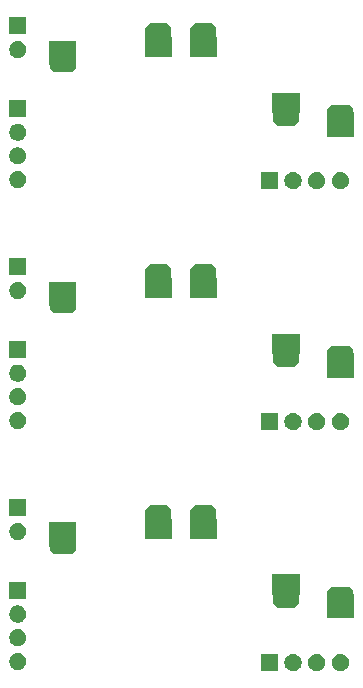
<source format=gbr>
G04 #@! TF.GenerationSoftware,KiCad,Pcbnew,(5.1.5)-3*
G04 #@! TF.CreationDate,2020-05-24T18:07:27-05:00*
G04 #@! TF.ProjectId,multiBoard_small,6d756c74-6942-46f6-9172-645f736d616c,rev?*
G04 #@! TF.SameCoordinates,PX5a995c0PY68e7780*
G04 #@! TF.FileFunction,Soldermask,Bot*
G04 #@! TF.FilePolarity,Negative*
%FSLAX46Y46*%
G04 Gerber Fmt 4.6, Leading zero omitted, Abs format (unit mm)*
G04 Created by KiCad (PCBNEW (5.1.5)-3) date 2020-05-24 18:07:27*
%MOMM*%
%LPD*%
G04 APERTURE LIST*
%ADD10C,0.100000*%
G04 APERTURE END LIST*
D10*
G36*
X11400000Y15600000D02*
G01*
X11100000Y15300000D01*
X9500000Y15300000D01*
X9200000Y15600000D01*
X9200000Y15900000D01*
X11400000Y15900000D01*
X11400000Y15600000D01*
G37*
G36*
X21100000Y19000000D02*
G01*
X21500000Y19400000D01*
X22900000Y19400000D01*
X23300000Y19000000D01*
X23300000Y18200000D01*
X21100000Y18200000D01*
X21100000Y19000000D01*
G37*
G36*
X32700000Y12175000D02*
G01*
X33000000Y12475000D01*
X34600000Y12475000D01*
X34900000Y12175000D01*
X34900000Y11875000D01*
X32700000Y11875000D01*
X32700000Y12175000D01*
G37*
G36*
X30300000Y11100000D02*
G01*
X29900000Y10700000D01*
X28500000Y10700000D01*
X28100000Y11100000D01*
X28100000Y11900000D01*
X30300000Y11900000D01*
X30300000Y11100000D01*
G37*
G36*
X17300000Y19000000D02*
G01*
X17700000Y19400000D01*
X19100000Y19400000D01*
X19500000Y19000000D01*
X19500000Y18200000D01*
X17300000Y18200000D01*
X17300000Y19000000D01*
G37*
G36*
X21100000Y59800000D02*
G01*
X21500000Y60200000D01*
X22900000Y60200000D01*
X23300000Y59800000D01*
X23300000Y59000000D01*
X21100000Y59000000D01*
X21100000Y59800000D01*
G37*
G36*
X11400000Y56400000D02*
G01*
X11100000Y56100000D01*
X9500000Y56100000D01*
X9200000Y56400000D01*
X9200000Y56700000D01*
X11400000Y56700000D01*
X11400000Y56400000D01*
G37*
G36*
X30300000Y51900000D02*
G01*
X29900000Y51500000D01*
X28500000Y51500000D01*
X28100000Y51900000D01*
X28100000Y52700000D01*
X30300000Y52700000D01*
X30300000Y51900000D01*
G37*
G36*
X32700000Y52975000D02*
G01*
X33000000Y53275000D01*
X34600000Y53275000D01*
X34900000Y52975000D01*
X34900000Y52675000D01*
X32700000Y52675000D01*
X32700000Y52975000D01*
G37*
G36*
X17300000Y59800000D02*
G01*
X17700000Y60200000D01*
X19100000Y60200000D01*
X19500000Y59800000D01*
X19500000Y59000000D01*
X17300000Y59000000D01*
X17300000Y59800000D01*
G37*
G36*
X32700000Y32575000D02*
G01*
X33000000Y32875000D01*
X34600000Y32875000D01*
X34900000Y32575000D01*
X34900000Y32275000D01*
X32700000Y32275000D01*
X32700000Y32575000D01*
G37*
G36*
X17300000Y39400000D02*
G01*
X17700000Y39800000D01*
X19100000Y39800000D01*
X19500000Y39400000D01*
X19500000Y38600000D01*
X17300000Y38600000D01*
X17300000Y39400000D01*
G37*
G36*
X21100000Y39400000D02*
G01*
X21500000Y39800000D01*
X22900000Y39800000D01*
X23300000Y39400000D01*
X23300000Y38600000D01*
X21100000Y38600000D01*
X21100000Y39400000D01*
G37*
G36*
X30300000Y31500000D02*
G01*
X29900000Y31100000D01*
X28500000Y31100000D01*
X28100000Y31500000D01*
X28100000Y32300000D01*
X30300000Y32300000D01*
X30300000Y31500000D01*
G37*
G36*
X11400000Y36000000D02*
G01*
X11100000Y35700000D01*
X9500000Y35700000D01*
X9200000Y36000000D01*
X9200000Y36300000D01*
X11400000Y36300000D01*
X11400000Y36000000D01*
G37*
G36*
X34011766Y6798101D02*
G01*
X34143888Y6743374D01*
X34143890Y6743373D01*
X34262798Y6663921D01*
X34363921Y6562798D01*
X34363922Y6562796D01*
X34443374Y6443888D01*
X34498101Y6311766D01*
X34526000Y6171506D01*
X34526000Y6028494D01*
X34498101Y5888234D01*
X34443374Y5756112D01*
X34443373Y5756110D01*
X34363921Y5637202D01*
X34262798Y5536079D01*
X34143890Y5456627D01*
X34143889Y5456626D01*
X34143888Y5456626D01*
X34011766Y5401899D01*
X33871506Y5374000D01*
X33728494Y5374000D01*
X33588234Y5401899D01*
X33456112Y5456626D01*
X33456111Y5456626D01*
X33456110Y5456627D01*
X33337202Y5536079D01*
X33236079Y5637202D01*
X33156627Y5756110D01*
X33156626Y5756112D01*
X33101899Y5888234D01*
X33074000Y6028494D01*
X33074000Y6171506D01*
X33101899Y6311766D01*
X33156626Y6443888D01*
X33236078Y6562796D01*
X33236079Y6562798D01*
X33337202Y6663921D01*
X33456110Y6743373D01*
X33456112Y6743374D01*
X33588234Y6798101D01*
X33728494Y6826000D01*
X33871506Y6826000D01*
X34011766Y6798101D01*
G37*
G36*
X32011766Y6798101D02*
G01*
X32143888Y6743374D01*
X32143890Y6743373D01*
X32262798Y6663921D01*
X32363921Y6562798D01*
X32363922Y6562796D01*
X32443374Y6443888D01*
X32498101Y6311766D01*
X32526000Y6171506D01*
X32526000Y6028494D01*
X32498101Y5888234D01*
X32443374Y5756112D01*
X32443373Y5756110D01*
X32363921Y5637202D01*
X32262798Y5536079D01*
X32143890Y5456627D01*
X32143889Y5456626D01*
X32143888Y5456626D01*
X32011766Y5401899D01*
X31871506Y5374000D01*
X31728494Y5374000D01*
X31588234Y5401899D01*
X31456112Y5456626D01*
X31456111Y5456626D01*
X31456110Y5456627D01*
X31337202Y5536079D01*
X31236079Y5637202D01*
X31156627Y5756110D01*
X31156626Y5756112D01*
X31101899Y5888234D01*
X31074000Y6028494D01*
X31074000Y6171506D01*
X31101899Y6311766D01*
X31156626Y6443888D01*
X31236078Y6562796D01*
X31236079Y6562798D01*
X31337202Y6663921D01*
X31456110Y6743373D01*
X31456112Y6743374D01*
X31588234Y6798101D01*
X31728494Y6826000D01*
X31871506Y6826000D01*
X32011766Y6798101D01*
G37*
G36*
X28526000Y5374000D02*
G01*
X27074000Y5374000D01*
X27074000Y6826000D01*
X28526000Y6826000D01*
X28526000Y5374000D01*
G37*
G36*
X30011766Y6798101D02*
G01*
X30143888Y6743374D01*
X30143890Y6743373D01*
X30262798Y6663921D01*
X30363921Y6562798D01*
X30363922Y6562796D01*
X30443374Y6443888D01*
X30498101Y6311766D01*
X30526000Y6171506D01*
X30526000Y6028494D01*
X30498101Y5888234D01*
X30443374Y5756112D01*
X30443373Y5756110D01*
X30363921Y5637202D01*
X30262798Y5536079D01*
X30143890Y5456627D01*
X30143889Y5456626D01*
X30143888Y5456626D01*
X30011766Y5401899D01*
X29871506Y5374000D01*
X29728494Y5374000D01*
X29588234Y5401899D01*
X29456112Y5456626D01*
X29456111Y5456626D01*
X29456110Y5456627D01*
X29337202Y5536079D01*
X29236079Y5637202D01*
X29156627Y5756110D01*
X29156626Y5756112D01*
X29101899Y5888234D01*
X29074000Y6028494D01*
X29074000Y6171506D01*
X29101899Y6311766D01*
X29156626Y6443888D01*
X29236078Y6562796D01*
X29236079Y6562798D01*
X29337202Y6663921D01*
X29456110Y6743373D01*
X29456112Y6743374D01*
X29588234Y6798101D01*
X29728494Y6826000D01*
X29871506Y6826000D01*
X30011766Y6798101D01*
G37*
G36*
X6711766Y6898101D02*
G01*
X6843888Y6843374D01*
X6843890Y6843373D01*
X6962798Y6763921D01*
X7063921Y6662798D01*
X7063922Y6662796D01*
X7143374Y6543888D01*
X7198101Y6411766D01*
X7226000Y6271506D01*
X7226000Y6128494D01*
X7198101Y5988234D01*
X7156679Y5888234D01*
X7143373Y5856110D01*
X7063921Y5737202D01*
X6962798Y5636079D01*
X6843890Y5556627D01*
X6843889Y5556626D01*
X6843888Y5556626D01*
X6711766Y5501899D01*
X6571506Y5474000D01*
X6428494Y5474000D01*
X6288234Y5501899D01*
X6156112Y5556626D01*
X6156111Y5556626D01*
X6156110Y5556627D01*
X6037202Y5636079D01*
X5936079Y5737202D01*
X5856627Y5856110D01*
X5843321Y5888234D01*
X5801899Y5988234D01*
X5774000Y6128494D01*
X5774000Y6271506D01*
X5801899Y6411766D01*
X5856626Y6543888D01*
X5936078Y6662796D01*
X5936079Y6662798D01*
X6037202Y6763921D01*
X6156110Y6843373D01*
X6156112Y6843374D01*
X6288234Y6898101D01*
X6428494Y6926000D01*
X6571506Y6926000D01*
X6711766Y6898101D01*
G37*
G36*
X6711766Y8898101D02*
G01*
X6843888Y8843374D01*
X6843890Y8843373D01*
X6962798Y8763921D01*
X7063921Y8662798D01*
X7063922Y8662796D01*
X7143374Y8543888D01*
X7198101Y8411766D01*
X7226000Y8271506D01*
X7226000Y8128494D01*
X7198101Y7988234D01*
X7143374Y7856112D01*
X7143373Y7856110D01*
X7063921Y7737202D01*
X6962798Y7636079D01*
X6843890Y7556627D01*
X6843889Y7556626D01*
X6843888Y7556626D01*
X6711766Y7501899D01*
X6571506Y7474000D01*
X6428494Y7474000D01*
X6288234Y7501899D01*
X6156112Y7556626D01*
X6156111Y7556626D01*
X6156110Y7556627D01*
X6037202Y7636079D01*
X5936079Y7737202D01*
X5856627Y7856110D01*
X5856626Y7856112D01*
X5801899Y7988234D01*
X5774000Y8128494D01*
X5774000Y8271506D01*
X5801899Y8411766D01*
X5856626Y8543888D01*
X5936078Y8662796D01*
X5936079Y8662798D01*
X6037202Y8763921D01*
X6156110Y8843373D01*
X6156112Y8843374D01*
X6288234Y8898101D01*
X6428494Y8926000D01*
X6571506Y8926000D01*
X6711766Y8898101D01*
G37*
G36*
X6711766Y10898101D02*
G01*
X6843888Y10843374D01*
X6843890Y10843373D01*
X6962798Y10763921D01*
X7063921Y10662798D01*
X7063922Y10662796D01*
X7143374Y10543888D01*
X7198101Y10411766D01*
X7226000Y10271506D01*
X7226000Y10128494D01*
X7198101Y9988234D01*
X7143374Y9856112D01*
X7143373Y9856110D01*
X7063921Y9737202D01*
X6962798Y9636079D01*
X6843890Y9556627D01*
X6843889Y9556626D01*
X6843888Y9556626D01*
X6711766Y9501899D01*
X6571506Y9474000D01*
X6428494Y9474000D01*
X6288234Y9501899D01*
X6156112Y9556626D01*
X6156111Y9556626D01*
X6156110Y9556627D01*
X6037202Y9636079D01*
X5936079Y9737202D01*
X5856627Y9856110D01*
X5856626Y9856112D01*
X5801899Y9988234D01*
X5774000Y10128494D01*
X5774000Y10271506D01*
X5801899Y10411766D01*
X5856626Y10543888D01*
X5936078Y10662796D01*
X5936079Y10662798D01*
X6037202Y10763921D01*
X6156110Y10843373D01*
X6156112Y10843374D01*
X6288234Y10898101D01*
X6428494Y10926000D01*
X6571506Y10926000D01*
X6711766Y10898101D01*
G37*
G36*
X34951000Y9824000D02*
G01*
X32649000Y9824000D01*
X32649000Y11926000D01*
X34951000Y11926000D01*
X34951000Y9824000D01*
G37*
G36*
X7226000Y11474000D02*
G01*
X5774000Y11474000D01*
X5774000Y12926000D01*
X7226000Y12926000D01*
X7226000Y11474000D01*
G37*
G36*
X30351000Y11849000D02*
G01*
X28049000Y11849000D01*
X28049000Y13551000D01*
X30351000Y13551000D01*
X30351000Y11849000D01*
G37*
G36*
X11451000Y15849000D02*
G01*
X9149000Y15849000D01*
X9149000Y17951000D01*
X11451000Y17951000D01*
X11451000Y15849000D01*
G37*
G36*
X6711766Y17898101D02*
G01*
X6843888Y17843374D01*
X6843890Y17843373D01*
X6962798Y17763921D01*
X7063921Y17662798D01*
X7063922Y17662796D01*
X7143374Y17543888D01*
X7198101Y17411766D01*
X7226000Y17271506D01*
X7226000Y17128494D01*
X7198101Y16988234D01*
X7143374Y16856112D01*
X7143373Y16856110D01*
X7063921Y16737202D01*
X6962798Y16636079D01*
X6843890Y16556627D01*
X6843889Y16556626D01*
X6843888Y16556626D01*
X6711766Y16501899D01*
X6571506Y16474000D01*
X6428494Y16474000D01*
X6288234Y16501899D01*
X6156112Y16556626D01*
X6156111Y16556626D01*
X6156110Y16556627D01*
X6037202Y16636079D01*
X5936079Y16737202D01*
X5856627Y16856110D01*
X5856626Y16856112D01*
X5801899Y16988234D01*
X5774000Y17128494D01*
X5774000Y17271506D01*
X5801899Y17411766D01*
X5856626Y17543888D01*
X5936078Y17662796D01*
X5936079Y17662798D01*
X6037202Y17763921D01*
X6156110Y17843373D01*
X6156112Y17843374D01*
X6288234Y17898101D01*
X6428494Y17926000D01*
X6571506Y17926000D01*
X6711766Y17898101D01*
G37*
G36*
X23351000Y16549000D02*
G01*
X21049000Y16549000D01*
X21049000Y18251000D01*
X23351000Y18251000D01*
X23351000Y16549000D01*
G37*
G36*
X19551000Y16549000D02*
G01*
X17249000Y16549000D01*
X17249000Y18251000D01*
X19551000Y18251000D01*
X19551000Y16549000D01*
G37*
G36*
X7226000Y18474000D02*
G01*
X5774000Y18474000D01*
X5774000Y19926000D01*
X7226000Y19926000D01*
X7226000Y18474000D01*
G37*
G36*
X34011766Y27198101D02*
G01*
X34143888Y27143374D01*
X34143890Y27143373D01*
X34262798Y27063921D01*
X34363921Y26962798D01*
X34363922Y26962796D01*
X34443374Y26843888D01*
X34498101Y26711766D01*
X34526000Y26571506D01*
X34526000Y26428494D01*
X34498101Y26288234D01*
X34443374Y26156112D01*
X34443373Y26156110D01*
X34363921Y26037202D01*
X34262798Y25936079D01*
X34143890Y25856627D01*
X34143889Y25856626D01*
X34143888Y25856626D01*
X34011766Y25801899D01*
X33871506Y25774000D01*
X33728494Y25774000D01*
X33588234Y25801899D01*
X33456112Y25856626D01*
X33456111Y25856626D01*
X33456110Y25856627D01*
X33337202Y25936079D01*
X33236079Y26037202D01*
X33156627Y26156110D01*
X33156626Y26156112D01*
X33101899Y26288234D01*
X33074000Y26428494D01*
X33074000Y26571506D01*
X33101899Y26711766D01*
X33156626Y26843888D01*
X33236078Y26962796D01*
X33236079Y26962798D01*
X33337202Y27063921D01*
X33456110Y27143373D01*
X33456112Y27143374D01*
X33588234Y27198101D01*
X33728494Y27226000D01*
X33871506Y27226000D01*
X34011766Y27198101D01*
G37*
G36*
X32011766Y27198101D02*
G01*
X32143888Y27143374D01*
X32143890Y27143373D01*
X32262798Y27063921D01*
X32363921Y26962798D01*
X32363922Y26962796D01*
X32443374Y26843888D01*
X32498101Y26711766D01*
X32526000Y26571506D01*
X32526000Y26428494D01*
X32498101Y26288234D01*
X32443374Y26156112D01*
X32443373Y26156110D01*
X32363921Y26037202D01*
X32262798Y25936079D01*
X32143890Y25856627D01*
X32143889Y25856626D01*
X32143888Y25856626D01*
X32011766Y25801899D01*
X31871506Y25774000D01*
X31728494Y25774000D01*
X31588234Y25801899D01*
X31456112Y25856626D01*
X31456111Y25856626D01*
X31456110Y25856627D01*
X31337202Y25936079D01*
X31236079Y26037202D01*
X31156627Y26156110D01*
X31156626Y26156112D01*
X31101899Y26288234D01*
X31074000Y26428494D01*
X31074000Y26571506D01*
X31101899Y26711766D01*
X31156626Y26843888D01*
X31236078Y26962796D01*
X31236079Y26962798D01*
X31337202Y27063921D01*
X31456110Y27143373D01*
X31456112Y27143374D01*
X31588234Y27198101D01*
X31728494Y27226000D01*
X31871506Y27226000D01*
X32011766Y27198101D01*
G37*
G36*
X30011766Y27198101D02*
G01*
X30143888Y27143374D01*
X30143890Y27143373D01*
X30262798Y27063921D01*
X30363921Y26962798D01*
X30363922Y26962796D01*
X30443374Y26843888D01*
X30498101Y26711766D01*
X30526000Y26571506D01*
X30526000Y26428494D01*
X30498101Y26288234D01*
X30443374Y26156112D01*
X30443373Y26156110D01*
X30363921Y26037202D01*
X30262798Y25936079D01*
X30143890Y25856627D01*
X30143889Y25856626D01*
X30143888Y25856626D01*
X30011766Y25801899D01*
X29871506Y25774000D01*
X29728494Y25774000D01*
X29588234Y25801899D01*
X29456112Y25856626D01*
X29456111Y25856626D01*
X29456110Y25856627D01*
X29337202Y25936079D01*
X29236079Y26037202D01*
X29156627Y26156110D01*
X29156626Y26156112D01*
X29101899Y26288234D01*
X29074000Y26428494D01*
X29074000Y26571506D01*
X29101899Y26711766D01*
X29156626Y26843888D01*
X29236078Y26962796D01*
X29236079Y26962798D01*
X29337202Y27063921D01*
X29456110Y27143373D01*
X29456112Y27143374D01*
X29588234Y27198101D01*
X29728494Y27226000D01*
X29871506Y27226000D01*
X30011766Y27198101D01*
G37*
G36*
X28526000Y25774000D02*
G01*
X27074000Y25774000D01*
X27074000Y27226000D01*
X28526000Y27226000D01*
X28526000Y25774000D01*
G37*
G36*
X6711766Y27298101D02*
G01*
X6843888Y27243374D01*
X6843890Y27243373D01*
X6962798Y27163921D01*
X7063921Y27062798D01*
X7063922Y27062796D01*
X7143374Y26943888D01*
X7198101Y26811766D01*
X7226000Y26671506D01*
X7226000Y26528494D01*
X7198101Y26388234D01*
X7156679Y26288234D01*
X7143373Y26256110D01*
X7063921Y26137202D01*
X6962798Y26036079D01*
X6843890Y25956627D01*
X6843889Y25956626D01*
X6843888Y25956626D01*
X6711766Y25901899D01*
X6571506Y25874000D01*
X6428494Y25874000D01*
X6288234Y25901899D01*
X6156112Y25956626D01*
X6156111Y25956626D01*
X6156110Y25956627D01*
X6037202Y26036079D01*
X5936079Y26137202D01*
X5856627Y26256110D01*
X5843321Y26288234D01*
X5801899Y26388234D01*
X5774000Y26528494D01*
X5774000Y26671506D01*
X5801899Y26811766D01*
X5856626Y26943888D01*
X5936078Y27062796D01*
X5936079Y27062798D01*
X6037202Y27163921D01*
X6156110Y27243373D01*
X6156112Y27243374D01*
X6288234Y27298101D01*
X6428494Y27326000D01*
X6571506Y27326000D01*
X6711766Y27298101D01*
G37*
G36*
X6711766Y29298101D02*
G01*
X6843888Y29243374D01*
X6843890Y29243373D01*
X6962798Y29163921D01*
X7063921Y29062798D01*
X7063922Y29062796D01*
X7143374Y28943888D01*
X7198101Y28811766D01*
X7226000Y28671506D01*
X7226000Y28528494D01*
X7198101Y28388234D01*
X7143374Y28256112D01*
X7143373Y28256110D01*
X7063921Y28137202D01*
X6962798Y28036079D01*
X6843890Y27956627D01*
X6843889Y27956626D01*
X6843888Y27956626D01*
X6711766Y27901899D01*
X6571506Y27874000D01*
X6428494Y27874000D01*
X6288234Y27901899D01*
X6156112Y27956626D01*
X6156111Y27956626D01*
X6156110Y27956627D01*
X6037202Y28036079D01*
X5936079Y28137202D01*
X5856627Y28256110D01*
X5856626Y28256112D01*
X5801899Y28388234D01*
X5774000Y28528494D01*
X5774000Y28671506D01*
X5801899Y28811766D01*
X5856626Y28943888D01*
X5936078Y29062796D01*
X5936079Y29062798D01*
X6037202Y29163921D01*
X6156110Y29243373D01*
X6156112Y29243374D01*
X6288234Y29298101D01*
X6428494Y29326000D01*
X6571506Y29326000D01*
X6711766Y29298101D01*
G37*
G36*
X6711766Y31298101D02*
G01*
X6843888Y31243374D01*
X6843890Y31243373D01*
X6962798Y31163921D01*
X7063921Y31062798D01*
X7063922Y31062796D01*
X7143374Y30943888D01*
X7198101Y30811766D01*
X7226000Y30671506D01*
X7226000Y30528494D01*
X7198101Y30388234D01*
X7143374Y30256112D01*
X7143373Y30256110D01*
X7063921Y30137202D01*
X6962798Y30036079D01*
X6843890Y29956627D01*
X6843889Y29956626D01*
X6843888Y29956626D01*
X6711766Y29901899D01*
X6571506Y29874000D01*
X6428494Y29874000D01*
X6288234Y29901899D01*
X6156112Y29956626D01*
X6156111Y29956626D01*
X6156110Y29956627D01*
X6037202Y30036079D01*
X5936079Y30137202D01*
X5856627Y30256110D01*
X5856626Y30256112D01*
X5801899Y30388234D01*
X5774000Y30528494D01*
X5774000Y30671506D01*
X5801899Y30811766D01*
X5856626Y30943888D01*
X5936078Y31062796D01*
X5936079Y31062798D01*
X6037202Y31163921D01*
X6156110Y31243373D01*
X6156112Y31243374D01*
X6288234Y31298101D01*
X6428494Y31326000D01*
X6571506Y31326000D01*
X6711766Y31298101D01*
G37*
G36*
X34951000Y30224000D02*
G01*
X32649000Y30224000D01*
X32649000Y32326000D01*
X34951000Y32326000D01*
X34951000Y30224000D01*
G37*
G36*
X7226000Y31874000D02*
G01*
X5774000Y31874000D01*
X5774000Y33326000D01*
X7226000Y33326000D01*
X7226000Y31874000D01*
G37*
G36*
X30351000Y32249000D02*
G01*
X28049000Y32249000D01*
X28049000Y33951000D01*
X30351000Y33951000D01*
X30351000Y32249000D01*
G37*
G36*
X11451000Y36249000D02*
G01*
X9149000Y36249000D01*
X9149000Y38351000D01*
X11451000Y38351000D01*
X11451000Y36249000D01*
G37*
G36*
X6711766Y38298101D02*
G01*
X6843888Y38243374D01*
X6843890Y38243373D01*
X6962798Y38163921D01*
X7063921Y38062798D01*
X7063922Y38062796D01*
X7143374Y37943888D01*
X7198101Y37811766D01*
X7226000Y37671506D01*
X7226000Y37528494D01*
X7198101Y37388234D01*
X7143374Y37256112D01*
X7143373Y37256110D01*
X7063921Y37137202D01*
X6962798Y37036079D01*
X6843890Y36956627D01*
X6843889Y36956626D01*
X6843888Y36956626D01*
X6711766Y36901899D01*
X6571506Y36874000D01*
X6428494Y36874000D01*
X6288234Y36901899D01*
X6156112Y36956626D01*
X6156111Y36956626D01*
X6156110Y36956627D01*
X6037202Y37036079D01*
X5936079Y37137202D01*
X5856627Y37256110D01*
X5856626Y37256112D01*
X5801899Y37388234D01*
X5774000Y37528494D01*
X5774000Y37671506D01*
X5801899Y37811766D01*
X5856626Y37943888D01*
X5936078Y38062796D01*
X5936079Y38062798D01*
X6037202Y38163921D01*
X6156110Y38243373D01*
X6156112Y38243374D01*
X6288234Y38298101D01*
X6428494Y38326000D01*
X6571506Y38326000D01*
X6711766Y38298101D01*
G37*
G36*
X23351000Y36949000D02*
G01*
X21049000Y36949000D01*
X21049000Y38651000D01*
X23351000Y38651000D01*
X23351000Y36949000D01*
G37*
G36*
X19551000Y36949000D02*
G01*
X17249000Y36949000D01*
X17249000Y38651000D01*
X19551000Y38651000D01*
X19551000Y36949000D01*
G37*
G36*
X7226000Y38874000D02*
G01*
X5774000Y38874000D01*
X5774000Y40326000D01*
X7226000Y40326000D01*
X7226000Y38874000D01*
G37*
G36*
X34011766Y47598101D02*
G01*
X34143888Y47543374D01*
X34143890Y47543373D01*
X34262798Y47463921D01*
X34363921Y47362798D01*
X34363922Y47362796D01*
X34443374Y47243888D01*
X34498101Y47111766D01*
X34526000Y46971506D01*
X34526000Y46828494D01*
X34498101Y46688234D01*
X34443374Y46556112D01*
X34443373Y46556110D01*
X34363921Y46437202D01*
X34262798Y46336079D01*
X34143890Y46256627D01*
X34143889Y46256626D01*
X34143888Y46256626D01*
X34011766Y46201899D01*
X33871506Y46174000D01*
X33728494Y46174000D01*
X33588234Y46201899D01*
X33456112Y46256626D01*
X33456111Y46256626D01*
X33456110Y46256627D01*
X33337202Y46336079D01*
X33236079Y46437202D01*
X33156627Y46556110D01*
X33156626Y46556112D01*
X33101899Y46688234D01*
X33074000Y46828494D01*
X33074000Y46971506D01*
X33101899Y47111766D01*
X33156626Y47243888D01*
X33236078Y47362796D01*
X33236079Y47362798D01*
X33337202Y47463921D01*
X33456110Y47543373D01*
X33456112Y47543374D01*
X33588234Y47598101D01*
X33728494Y47626000D01*
X33871506Y47626000D01*
X34011766Y47598101D01*
G37*
G36*
X28526000Y46174000D02*
G01*
X27074000Y46174000D01*
X27074000Y47626000D01*
X28526000Y47626000D01*
X28526000Y46174000D01*
G37*
G36*
X30011766Y47598101D02*
G01*
X30143888Y47543374D01*
X30143890Y47543373D01*
X30262798Y47463921D01*
X30363921Y47362798D01*
X30363922Y47362796D01*
X30443374Y47243888D01*
X30498101Y47111766D01*
X30526000Y46971506D01*
X30526000Y46828494D01*
X30498101Y46688234D01*
X30443374Y46556112D01*
X30443373Y46556110D01*
X30363921Y46437202D01*
X30262798Y46336079D01*
X30143890Y46256627D01*
X30143889Y46256626D01*
X30143888Y46256626D01*
X30011766Y46201899D01*
X29871506Y46174000D01*
X29728494Y46174000D01*
X29588234Y46201899D01*
X29456112Y46256626D01*
X29456111Y46256626D01*
X29456110Y46256627D01*
X29337202Y46336079D01*
X29236079Y46437202D01*
X29156627Y46556110D01*
X29156626Y46556112D01*
X29101899Y46688234D01*
X29074000Y46828494D01*
X29074000Y46971506D01*
X29101899Y47111766D01*
X29156626Y47243888D01*
X29236078Y47362796D01*
X29236079Y47362798D01*
X29337202Y47463921D01*
X29456110Y47543373D01*
X29456112Y47543374D01*
X29588234Y47598101D01*
X29728494Y47626000D01*
X29871506Y47626000D01*
X30011766Y47598101D01*
G37*
G36*
X32011766Y47598101D02*
G01*
X32143888Y47543374D01*
X32143890Y47543373D01*
X32262798Y47463921D01*
X32363921Y47362798D01*
X32363922Y47362796D01*
X32443374Y47243888D01*
X32498101Y47111766D01*
X32526000Y46971506D01*
X32526000Y46828494D01*
X32498101Y46688234D01*
X32443374Y46556112D01*
X32443373Y46556110D01*
X32363921Y46437202D01*
X32262798Y46336079D01*
X32143890Y46256627D01*
X32143889Y46256626D01*
X32143888Y46256626D01*
X32011766Y46201899D01*
X31871506Y46174000D01*
X31728494Y46174000D01*
X31588234Y46201899D01*
X31456112Y46256626D01*
X31456111Y46256626D01*
X31456110Y46256627D01*
X31337202Y46336079D01*
X31236079Y46437202D01*
X31156627Y46556110D01*
X31156626Y46556112D01*
X31101899Y46688234D01*
X31074000Y46828494D01*
X31074000Y46971506D01*
X31101899Y47111766D01*
X31156626Y47243888D01*
X31236078Y47362796D01*
X31236079Y47362798D01*
X31337202Y47463921D01*
X31456110Y47543373D01*
X31456112Y47543374D01*
X31588234Y47598101D01*
X31728494Y47626000D01*
X31871506Y47626000D01*
X32011766Y47598101D01*
G37*
G36*
X6711766Y47698101D02*
G01*
X6843888Y47643374D01*
X6843890Y47643373D01*
X6962798Y47563921D01*
X7063921Y47462798D01*
X7063922Y47462796D01*
X7143374Y47343888D01*
X7198101Y47211766D01*
X7226000Y47071506D01*
X7226000Y46928494D01*
X7198101Y46788234D01*
X7156679Y46688234D01*
X7143373Y46656110D01*
X7063921Y46537202D01*
X6962798Y46436079D01*
X6843890Y46356627D01*
X6843889Y46356626D01*
X6843888Y46356626D01*
X6711766Y46301899D01*
X6571506Y46274000D01*
X6428494Y46274000D01*
X6288234Y46301899D01*
X6156112Y46356626D01*
X6156111Y46356626D01*
X6156110Y46356627D01*
X6037202Y46436079D01*
X5936079Y46537202D01*
X5856627Y46656110D01*
X5843321Y46688234D01*
X5801899Y46788234D01*
X5774000Y46928494D01*
X5774000Y47071506D01*
X5801899Y47211766D01*
X5856626Y47343888D01*
X5936078Y47462796D01*
X5936079Y47462798D01*
X6037202Y47563921D01*
X6156110Y47643373D01*
X6156112Y47643374D01*
X6288234Y47698101D01*
X6428494Y47726000D01*
X6571506Y47726000D01*
X6711766Y47698101D01*
G37*
G36*
X6711766Y49698101D02*
G01*
X6843888Y49643374D01*
X6843890Y49643373D01*
X6962798Y49563921D01*
X7063921Y49462798D01*
X7063922Y49462796D01*
X7143374Y49343888D01*
X7198101Y49211766D01*
X7226000Y49071506D01*
X7226000Y48928494D01*
X7198101Y48788234D01*
X7143374Y48656112D01*
X7143373Y48656110D01*
X7063921Y48537202D01*
X6962798Y48436079D01*
X6843890Y48356627D01*
X6843889Y48356626D01*
X6843888Y48356626D01*
X6711766Y48301899D01*
X6571506Y48274000D01*
X6428494Y48274000D01*
X6288234Y48301899D01*
X6156112Y48356626D01*
X6156111Y48356626D01*
X6156110Y48356627D01*
X6037202Y48436079D01*
X5936079Y48537202D01*
X5856627Y48656110D01*
X5856626Y48656112D01*
X5801899Y48788234D01*
X5774000Y48928494D01*
X5774000Y49071506D01*
X5801899Y49211766D01*
X5856626Y49343888D01*
X5936078Y49462796D01*
X5936079Y49462798D01*
X6037202Y49563921D01*
X6156110Y49643373D01*
X6156112Y49643374D01*
X6288234Y49698101D01*
X6428494Y49726000D01*
X6571506Y49726000D01*
X6711766Y49698101D01*
G37*
G36*
X6711766Y51698101D02*
G01*
X6843888Y51643374D01*
X6843890Y51643373D01*
X6962798Y51563921D01*
X7063921Y51462798D01*
X7063922Y51462796D01*
X7143374Y51343888D01*
X7198101Y51211766D01*
X7226000Y51071506D01*
X7226000Y50928494D01*
X7198101Y50788234D01*
X7143374Y50656112D01*
X7143373Y50656110D01*
X7063921Y50537202D01*
X6962798Y50436079D01*
X6843890Y50356627D01*
X6843889Y50356626D01*
X6843888Y50356626D01*
X6711766Y50301899D01*
X6571506Y50274000D01*
X6428494Y50274000D01*
X6288234Y50301899D01*
X6156112Y50356626D01*
X6156111Y50356626D01*
X6156110Y50356627D01*
X6037202Y50436079D01*
X5936079Y50537202D01*
X5856627Y50656110D01*
X5856626Y50656112D01*
X5801899Y50788234D01*
X5774000Y50928494D01*
X5774000Y51071506D01*
X5801899Y51211766D01*
X5856626Y51343888D01*
X5936078Y51462796D01*
X5936079Y51462798D01*
X6037202Y51563921D01*
X6156110Y51643373D01*
X6156112Y51643374D01*
X6288234Y51698101D01*
X6428494Y51726000D01*
X6571506Y51726000D01*
X6711766Y51698101D01*
G37*
G36*
X34951000Y50624000D02*
G01*
X32649000Y50624000D01*
X32649000Y52726000D01*
X34951000Y52726000D01*
X34951000Y50624000D01*
G37*
G36*
X7226000Y52274000D02*
G01*
X5774000Y52274000D01*
X5774000Y53726000D01*
X7226000Y53726000D01*
X7226000Y52274000D01*
G37*
G36*
X30351000Y52649000D02*
G01*
X28049000Y52649000D01*
X28049000Y54351000D01*
X30351000Y54351000D01*
X30351000Y52649000D01*
G37*
G36*
X11451000Y56649000D02*
G01*
X9149000Y56649000D01*
X9149000Y58751000D01*
X11451000Y58751000D01*
X11451000Y56649000D01*
G37*
G36*
X6711766Y58698101D02*
G01*
X6843888Y58643374D01*
X6843890Y58643373D01*
X6962798Y58563921D01*
X7063921Y58462798D01*
X7063922Y58462796D01*
X7143374Y58343888D01*
X7198101Y58211766D01*
X7226000Y58071506D01*
X7226000Y57928494D01*
X7198101Y57788234D01*
X7143374Y57656112D01*
X7143373Y57656110D01*
X7063921Y57537202D01*
X6962798Y57436079D01*
X6843890Y57356627D01*
X6843889Y57356626D01*
X6843888Y57356626D01*
X6711766Y57301899D01*
X6571506Y57274000D01*
X6428494Y57274000D01*
X6288234Y57301899D01*
X6156112Y57356626D01*
X6156111Y57356626D01*
X6156110Y57356627D01*
X6037202Y57436079D01*
X5936079Y57537202D01*
X5856627Y57656110D01*
X5856626Y57656112D01*
X5801899Y57788234D01*
X5774000Y57928494D01*
X5774000Y58071506D01*
X5801899Y58211766D01*
X5856626Y58343888D01*
X5936078Y58462796D01*
X5936079Y58462798D01*
X6037202Y58563921D01*
X6156110Y58643373D01*
X6156112Y58643374D01*
X6288234Y58698101D01*
X6428494Y58726000D01*
X6571506Y58726000D01*
X6711766Y58698101D01*
G37*
G36*
X19551000Y57349000D02*
G01*
X17249000Y57349000D01*
X17249000Y59051000D01*
X19551000Y59051000D01*
X19551000Y57349000D01*
G37*
G36*
X23351000Y57349000D02*
G01*
X21049000Y57349000D01*
X21049000Y59051000D01*
X23351000Y59051000D01*
X23351000Y57349000D01*
G37*
G36*
X7226000Y59274000D02*
G01*
X5774000Y59274000D01*
X5774000Y60726000D01*
X7226000Y60726000D01*
X7226000Y59274000D01*
G37*
M02*

</source>
